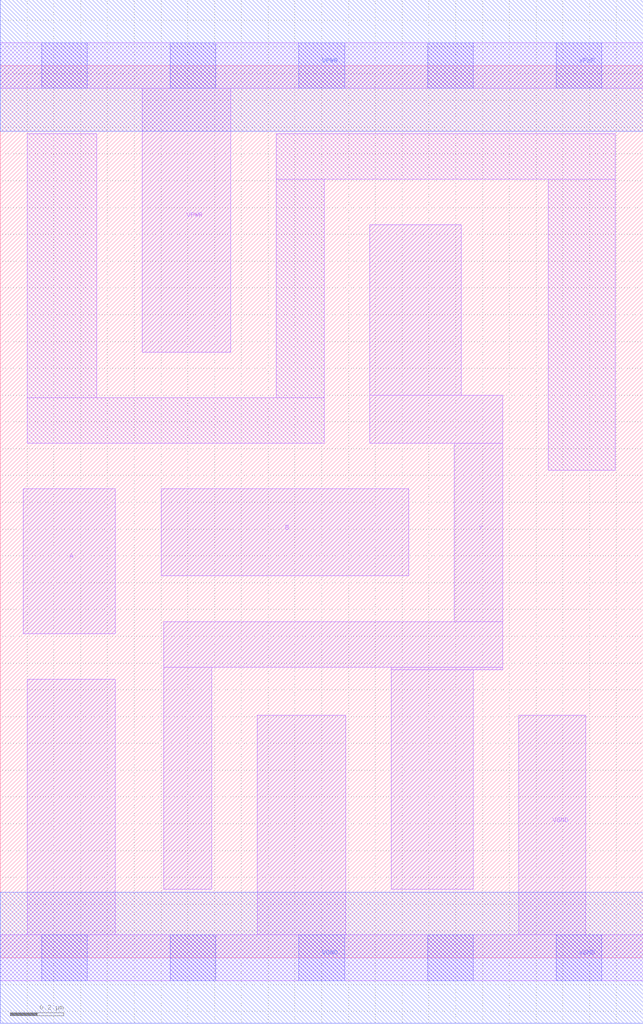
<source format=lef>
# Copyright 2020 The SkyWater PDK Authors
#
# Licensed under the Apache License, Version 2.0 (the "License");
# you may not use this file except in compliance with the License.
# You may obtain a copy of the License at
#
#     https://www.apache.org/licenses/LICENSE-2.0
#
# Unless required by applicable law or agreed to in writing, software
# distributed under the License is distributed on an "AS IS" BASIS,
# WITHOUT WARRANTIES OR CONDITIONS OF ANY KIND, either express or implied.
# See the License for the specific language governing permissions and
# limitations under the License.
#
# SPDX-License-Identifier: Apache-2.0

VERSION 5.7 ;
  NAMESCASESENSITIVE ON ;
  NOWIREEXTENSIONATPIN ON ;
  DIVIDERCHAR "/" ;
  BUSBITCHARS "[]" ;
UNITS
  DATABASE MICRONS 200 ;
END UNITS
MACRO sky130_fd_sc_lp__nor2_2
  CLASS CORE ;
  SOURCE USER ;
  FOREIGN sky130_fd_sc_lp__nor2_2 ;
  ORIGIN  0.000000  0.000000 ;
  SIZE  2.400000 BY  3.330000 ;
  SYMMETRY X Y R90 ;
  SITE unit ;
  PIN A
    ANTENNAGATEAREA  0.630000 ;
    DIRECTION INPUT ;
    USE SIGNAL ;
    PORT
      LAYER li1 ;
        RECT 0.085000 1.210000 0.430000 1.750000 ;
    END
  END A
  PIN B
    ANTENNAGATEAREA  0.630000 ;
    DIRECTION INPUT ;
    USE SIGNAL ;
    PORT
      LAYER li1 ;
        RECT 0.600000 1.425000 1.525000 1.750000 ;
    END
  END B
  PIN Y
    ANTENNADIFFAREA  0.823200 ;
    DIRECTION OUTPUT ;
    USE SIGNAL ;
    PORT
      LAYER li1 ;
        RECT 0.610000 0.255000 0.790000 1.085000 ;
        RECT 0.610000 1.085000 1.875000 1.255000 ;
        RECT 1.380000 1.920000 1.875000 2.100000 ;
        RECT 1.380000 2.100000 1.720000 2.735000 ;
        RECT 1.460000 0.255000 1.765000 1.075000 ;
        RECT 1.460000 1.075000 1.875000 1.085000 ;
        RECT 1.695000 1.255000 1.875000 1.920000 ;
    END
  END Y
  PIN VGND
    DIRECTION INOUT ;
    USE GROUND ;
    PORT
      LAYER li1 ;
        RECT 0.000000 -0.085000 2.400000 0.085000 ;
        RECT 0.100000  0.085000 0.430000 1.040000 ;
        RECT 0.960000  0.085000 1.290000 0.905000 ;
        RECT 1.935000  0.085000 2.185000 0.905000 ;
      LAYER mcon ;
        RECT 0.155000 -0.085000 0.325000 0.085000 ;
        RECT 0.635000 -0.085000 0.805000 0.085000 ;
        RECT 1.115000 -0.085000 1.285000 0.085000 ;
        RECT 1.595000 -0.085000 1.765000 0.085000 ;
        RECT 2.075000 -0.085000 2.245000 0.085000 ;
      LAYER met1 ;
        RECT 0.000000 -0.245000 2.400000 0.245000 ;
    END
  END VGND
  PIN VPWR
    DIRECTION INOUT ;
    USE POWER ;
    PORT
      LAYER li1 ;
        RECT 0.000000 3.245000 2.400000 3.415000 ;
        RECT 0.530000 2.260000 0.860000 3.245000 ;
      LAYER mcon ;
        RECT 0.155000 3.245000 0.325000 3.415000 ;
        RECT 0.635000 3.245000 0.805000 3.415000 ;
        RECT 1.115000 3.245000 1.285000 3.415000 ;
        RECT 1.595000 3.245000 1.765000 3.415000 ;
        RECT 2.075000 3.245000 2.245000 3.415000 ;
      LAYER met1 ;
        RECT 0.000000 3.085000 2.400000 3.575000 ;
    END
  END VPWR
  OBS
    LAYER li1 ;
      RECT 0.100000 1.920000 1.210000 2.090000 ;
      RECT 0.100000 2.090000 0.360000 3.075000 ;
      RECT 1.030000 2.090000 1.210000 2.905000 ;
      RECT 1.030000 2.905000 2.295000 3.075000 ;
      RECT 2.045000 1.820000 2.295000 2.905000 ;
  END
END sky130_fd_sc_lp__nor2_2

</source>
